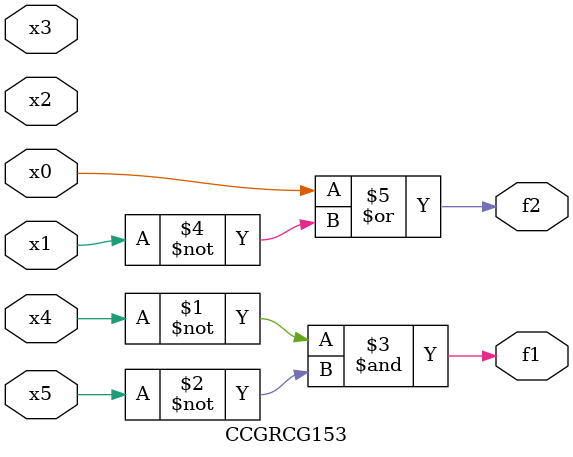
<source format=v>

module CCGRCG153 ( 
    x0, x1, x2, x3, x4, x5,
    f1, f2  );
  input  x0, x1, x2, x3, x4, x5;
  output f1, f2;
  assign f1 = ~x4 & ~x5;
  assign f2 = x0 | ~x1;
endmodule



</source>
